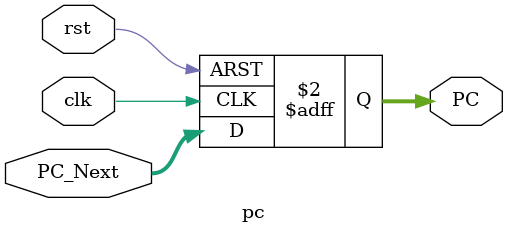
<source format=sv>
module pc (rst, clk,PC_Next,PC);
    input rst, clk;
    input [31:0] PC_Next;
    output reg [31:0] PC;
    

    always_ff @(posedge clk or posedge rst) 
        if (rst) PC <= 32'h0;
        else    PC = PC_Next;

endmodule
</source>
